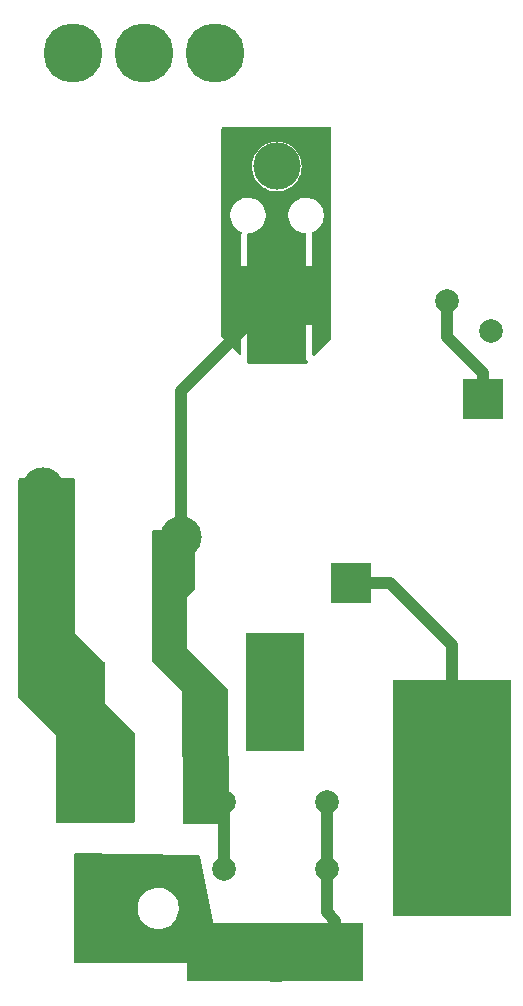
<source format=gtl>
G04 #@! TF.GenerationSoftware,KiCad,Pcbnew,(6.0.4-0)*
G04 #@! TF.CreationDate,2022-07-20T07:57:21-04:00*
G04 #@! TF.ProjectId,80m_Tx_Antenna,38306d5f-5478-45f4-916e-74656e6e612e,rev?*
G04 #@! TF.SameCoordinates,Original*
G04 #@! TF.FileFunction,Copper,L1,Top*
G04 #@! TF.FilePolarity,Positive*
%FSLAX46Y46*%
G04 Gerber Fmt 4.6, Leading zero omitted, Abs format (unit mm)*
G04 Created by KiCad (PCBNEW (6.0.4-0)) date 2022-07-20 07:57:21*
%MOMM*%
%LPD*%
G01*
G04 APERTURE LIST*
G04 #@! TA.AperFunction,ComponentPad*
%ADD10C,4.000000*%
G04 #@! TD*
G04 #@! TA.AperFunction,SMDPad,CuDef*
%ADD11R,5.000000X10.000000*%
G04 #@! TD*
G04 #@! TA.AperFunction,ComponentPad*
%ADD12C,3.500000*%
G04 #@! TD*
G04 #@! TA.AperFunction,ComponentPad*
%ADD13C,3.000000*%
G04 #@! TD*
G04 #@! TA.AperFunction,SMDPad,CuDef*
%ADD14R,10.000000X20.000000*%
G04 #@! TD*
G04 #@! TA.AperFunction,ComponentPad*
%ADD15C,5.000000*%
G04 #@! TD*
G04 #@! TA.AperFunction,SMDPad,CuDef*
%ADD16R,15.000000X5.000000*%
G04 #@! TD*
G04 #@! TA.AperFunction,ComponentPad*
%ADD17R,3.500000X3.500000*%
G04 #@! TD*
G04 #@! TA.AperFunction,WasherPad*
%ADD18C,5.000000*%
G04 #@! TD*
G04 #@! TA.AperFunction,ComponentPad*
%ADD19C,2.000000*%
G04 #@! TD*
G04 #@! TA.AperFunction,ComponentPad*
%ADD20R,3.000000X3.500000*%
G04 #@! TD*
G04 #@! TA.AperFunction,Conductor*
%ADD21C,1.000000*%
G04 #@! TD*
G04 APERTURE END LIST*
D10*
X122240000Y-71580000D03*
D11*
X122240000Y-82470000D03*
D12*
X122240000Y-81970000D03*
D11*
X122050000Y-116050000D03*
D13*
X122050000Y-113050000D03*
D10*
X137210020Y-125212040D03*
D14*
X137050000Y-125050000D03*
D10*
X137050000Y-119050000D03*
X137050000Y-131050000D03*
X127450000Y-138050000D03*
D15*
X122144880Y-138131280D03*
D10*
X116650000Y-138050000D03*
D16*
X122050000Y-138050000D03*
D17*
X139704100Y-91307200D03*
X128482380Y-106816440D03*
D12*
X102409700Y-98800200D03*
X114100900Y-102953100D03*
D18*
X105000000Y-62000000D03*
X111000000Y-62000000D03*
X117000000Y-62000000D03*
D19*
X117770000Y-125360000D03*
X126470000Y-125360000D03*
X117770000Y-131050000D03*
X126470000Y-131050000D03*
D20*
X107300000Y-132280000D03*
X107300000Y-136630000D03*
D12*
X107300000Y-120630000D03*
X107300000Y-124980000D03*
D19*
X136667198Y-82994648D03*
X140362921Y-85509630D03*
D21*
X137050000Y-112070000D02*
X131796440Y-106816440D01*
X131796440Y-106816440D02*
X128482380Y-106816440D01*
X137050000Y-119050000D02*
X137050000Y-112070000D01*
X139704100Y-89074100D02*
X136667198Y-86037198D01*
X136667198Y-86037198D02*
X136667198Y-82994648D01*
X139704100Y-91307200D02*
X139704100Y-89074100D01*
X114100900Y-90609100D02*
X122240000Y-82470000D01*
X115900000Y-115900000D02*
X113600000Y-113600000D01*
X117770000Y-124860000D02*
X115900000Y-122990000D01*
X113600000Y-113600000D02*
X113600000Y-108190000D01*
X117770000Y-124860000D02*
X117770000Y-131050000D01*
X114100900Y-102953100D02*
X114100900Y-90609100D01*
X114100900Y-107689100D02*
X114100900Y-102953100D01*
X115900000Y-122990000D02*
X115900000Y-115900000D01*
X113600000Y-108190000D02*
X114100900Y-107689100D01*
X127203998Y-135450000D02*
X127203998Y-137803998D01*
X126470000Y-131050000D02*
X126470000Y-134716002D01*
X126470000Y-124860000D02*
X126470000Y-131050000D01*
X127203998Y-137803998D02*
X127450000Y-138050000D01*
X126470000Y-134716002D02*
X127203998Y-135450000D01*
X101959700Y-112639700D02*
X102060000Y-112740000D01*
X105670000Y-116350000D02*
X105670000Y-119130000D01*
X105670000Y-119130000D02*
X107300000Y-120760000D01*
X107300000Y-120760000D02*
X107300000Y-125120000D01*
X102060000Y-112740000D02*
X105670000Y-116350000D01*
X102060000Y-99149900D02*
X102409700Y-98800200D01*
X102060000Y-112740000D02*
X102060000Y-99149900D01*
G04 #@! TA.AperFunction,Conductor*
G36*
X105112121Y-97980002D02*
G01*
X105158614Y-98033658D01*
X105170000Y-98086000D01*
X105170000Y-111040000D01*
X107643095Y-113513095D01*
X107677121Y-113575407D01*
X107680000Y-113602190D01*
X107680000Y-117010000D01*
X110163095Y-119493095D01*
X110197121Y-119555407D01*
X110200000Y-119582190D01*
X110200000Y-127054000D01*
X110179998Y-127122121D01*
X110126342Y-127168614D01*
X110074000Y-127180000D01*
X103676000Y-127180000D01*
X103607879Y-127159998D01*
X103561386Y-127106342D01*
X103550000Y-127054000D01*
X103550000Y-119700000D01*
X100396905Y-116546905D01*
X100362879Y-116484593D01*
X100360000Y-116457810D01*
X100360000Y-98086000D01*
X100380002Y-98017879D01*
X100433658Y-97971386D01*
X100486000Y-97960000D01*
X105044000Y-97960000D01*
X105112121Y-97980002D01*
G37*
G04 #@! TD.AperFunction*
G04 #@! TA.AperFunction,Conductor*
G36*
X109719100Y-129777283D02*
G01*
X115609583Y-129888111D01*
X115677316Y-129909391D01*
X115722791Y-129963912D01*
X115730548Y-129988311D01*
X116868130Y-135431054D01*
X116870559Y-135449125D01*
X117081806Y-138896293D01*
X117066008Y-138965510D01*
X117015297Y-139015197D01*
X116956042Y-139030000D01*
X105206000Y-139030000D01*
X105137879Y-139009998D01*
X105091386Y-138956342D01*
X105080000Y-138904000D01*
X105080000Y-134507165D01*
X110447866Y-134507165D01*
X110482952Y-134764970D01*
X110555758Y-135014757D01*
X110664686Y-135251039D01*
X110667246Y-135254944D01*
X110667249Y-135254949D01*
X110804775Y-135464712D01*
X110804779Y-135464717D01*
X110807341Y-135468625D01*
X110980591Y-135662735D01*
X111180629Y-135829105D01*
X111403061Y-135964080D01*
X111407375Y-135965889D01*
X111407377Y-135965890D01*
X111638686Y-136062886D01*
X111638691Y-136062888D01*
X111643001Y-136064695D01*
X111647533Y-136065846D01*
X111647536Y-136065847D01*
X111772815Y-136097663D01*
X111895177Y-136128739D01*
X112111286Y-136150500D01*
X112266044Y-136150500D01*
X112268369Y-136150327D01*
X112268375Y-136150327D01*
X112454814Y-136136472D01*
X112454818Y-136136471D01*
X112459466Y-136136126D01*
X112713232Y-136078705D01*
X112717586Y-136077012D01*
X112951370Y-135986098D01*
X112951372Y-135986097D01*
X112955723Y-135984405D01*
X112991285Y-135964080D01*
X113039038Y-135936786D01*
X113181612Y-135855299D01*
X113385936Y-135694223D01*
X113564208Y-135504714D01*
X113712511Y-135290937D01*
X113730258Y-135254949D01*
X113825521Y-135061775D01*
X113825522Y-135061772D01*
X113827586Y-135057587D01*
X113906906Y-134809792D01*
X113948728Y-134552994D01*
X113952134Y-134292835D01*
X113917048Y-134035030D01*
X113844242Y-133785243D01*
X113735314Y-133548961D01*
X113706637Y-133505221D01*
X113595225Y-133335288D01*
X113595221Y-133335283D01*
X113592659Y-133331375D01*
X113419409Y-133137265D01*
X113219371Y-132970895D01*
X112996939Y-132835920D01*
X112992623Y-132834110D01*
X112761314Y-132737114D01*
X112761309Y-132737112D01*
X112756999Y-132735305D01*
X112752467Y-132734154D01*
X112752464Y-132734153D01*
X112627185Y-132702337D01*
X112504823Y-132671261D01*
X112288714Y-132649500D01*
X112133956Y-132649500D01*
X112131631Y-132649673D01*
X112131625Y-132649673D01*
X111945186Y-132663528D01*
X111945182Y-132663529D01*
X111940534Y-132663874D01*
X111686768Y-132721295D01*
X111682416Y-132722987D01*
X111682414Y-132722988D01*
X111448630Y-132813902D01*
X111448628Y-132813903D01*
X111444277Y-132815595D01*
X111440223Y-132817912D01*
X111440221Y-132817913D01*
X111404467Y-132838348D01*
X111218388Y-132944701D01*
X111014064Y-133105777D01*
X110835792Y-133295286D01*
X110687489Y-133509063D01*
X110685423Y-133513253D01*
X110685421Y-133513256D01*
X110665720Y-133553207D01*
X110572414Y-133742413D01*
X110493094Y-133990208D01*
X110451272Y-134247006D01*
X110447866Y-134507165D01*
X105080000Y-134507165D01*
X105080000Y-129818393D01*
X105100002Y-129750272D01*
X105153658Y-129703779D01*
X105208369Y-129692415D01*
X109719100Y-129777283D01*
G37*
G04 #@! TD.AperFunction*
G04 #@! TA.AperFunction,Conductor*
G36*
X115222121Y-102360002D02*
G01*
X115268614Y-102413658D01*
X115280000Y-102466000D01*
X115280000Y-107347810D01*
X115259998Y-107415931D01*
X115243095Y-107436905D01*
X114660000Y-108020000D01*
X114660000Y-112370000D01*
X118033664Y-115743664D01*
X118067690Y-115805976D01*
X118070561Y-115831384D01*
X118193609Y-127102625D01*
X118174352Y-127170960D01*
X118121207Y-127218035D01*
X118067617Y-127230000D01*
X114429604Y-127230000D01*
X114361483Y-127209998D01*
X114314990Y-127156342D01*
X114303612Y-127105404D01*
X114180202Y-116028116D01*
X114180202Y-116028115D01*
X114180000Y-116010000D01*
X111746905Y-113576905D01*
X111712879Y-113514593D01*
X111710000Y-113487810D01*
X111710000Y-102466000D01*
X111730002Y-102397879D01*
X111783658Y-102351386D01*
X111836000Y-102340000D01*
X115154000Y-102340000D01*
X115222121Y-102360002D01*
G37*
G04 #@! TD.AperFunction*
G04 #@! TA.AperFunction,Conductor*
G36*
X126812121Y-68260002D02*
G01*
X126858614Y-68313658D01*
X126870000Y-68366000D01*
X126870000Y-86087810D01*
X126849998Y-86155931D01*
X126833095Y-86176905D01*
X125455095Y-87554905D01*
X125392783Y-87588931D01*
X125321968Y-87583866D01*
X125265132Y-87541319D01*
X125240321Y-87474799D01*
X125240000Y-87465810D01*
X125240000Y-84988115D01*
X125235525Y-84972876D01*
X125234135Y-84971671D01*
X125226452Y-84970000D01*
X124758115Y-84970000D01*
X124742876Y-84974475D01*
X124741671Y-84975865D01*
X124740000Y-84983548D01*
X124740000Y-87951885D01*
X124744475Y-87967124D01*
X124745865Y-87968329D01*
X124763340Y-87972130D01*
X124825653Y-88006154D01*
X124859679Y-88068466D01*
X124854615Y-88139282D01*
X124825654Y-88184346D01*
X124776905Y-88233095D01*
X124714593Y-88267121D01*
X124687810Y-88270000D01*
X119872190Y-88270000D01*
X119804069Y-88249998D01*
X119783095Y-88233095D01*
X119715986Y-88165986D01*
X119681960Y-88103674D01*
X119687025Y-88032859D01*
X119715082Y-87995380D01*
X119712896Y-87993486D01*
X119738329Y-87964135D01*
X119740000Y-87956452D01*
X119740000Y-84988115D01*
X119735525Y-84972876D01*
X119734135Y-84971671D01*
X119726452Y-84970000D01*
X119258115Y-84970000D01*
X119242876Y-84974475D01*
X119241671Y-84975865D01*
X119240000Y-84983548D01*
X119240000Y-87385810D01*
X119219998Y-87453931D01*
X119166342Y-87500424D01*
X119096068Y-87510528D01*
X119031488Y-87481034D01*
X119024905Y-87474905D01*
X117576905Y-86026905D01*
X117542879Y-85964593D01*
X117540000Y-85937810D01*
X117540000Y-75815508D01*
X118307245Y-75815508D01*
X118344567Y-76059410D01*
X118421223Y-76293940D01*
X118535155Y-76512801D01*
X118683303Y-76710116D01*
X118861688Y-76880584D01*
X118865960Y-76883498D01*
X118865961Y-76883499D01*
X118895113Y-76903385D01*
X119065520Y-77019629D01*
X119223046Y-77092750D01*
X119276412Y-77139573D01*
X119295993Y-77207816D01*
X119287977Y-77251266D01*
X119249414Y-77354133D01*
X119245789Y-77369379D01*
X119240369Y-77419271D01*
X119240000Y-77426085D01*
X119240000Y-79951885D01*
X119244475Y-79967124D01*
X119245865Y-79968329D01*
X119253548Y-79970000D01*
X119721885Y-79970000D01*
X119737124Y-79965525D01*
X119738329Y-79964135D01*
X119740000Y-79956452D01*
X119740000Y-77336980D01*
X119760002Y-77268859D01*
X119813658Y-77222366D01*
X119866000Y-77210980D01*
X119871774Y-77210980D01*
X119874347Y-77210768D01*
X119874358Y-77210768D01*
X120049980Y-77196329D01*
X120049986Y-77196328D01*
X120055131Y-77195905D01*
X120294437Y-77135796D01*
X120520713Y-77037408D01*
X120727881Y-76903385D01*
X120749736Y-76883499D01*
X120785756Y-76850723D01*
X120910378Y-76737326D01*
X120913577Y-76733275D01*
X120913581Y-76733271D01*
X121060101Y-76547744D01*
X121060104Y-76547739D01*
X121063302Y-76543690D01*
X121065797Y-76539171D01*
X121180050Y-76332202D01*
X121180052Y-76332198D01*
X121182547Y-76327678D01*
X121194495Y-76293940D01*
X121263185Y-76099965D01*
X121263186Y-76099961D01*
X121264911Y-76095090D01*
X121308181Y-75852174D01*
X121308629Y-75815508D01*
X123224685Y-75815508D01*
X123262007Y-76059410D01*
X123338663Y-76293940D01*
X123452595Y-76512801D01*
X123600743Y-76710116D01*
X123779128Y-76880584D01*
X123783400Y-76883498D01*
X123783401Y-76883499D01*
X123812553Y-76903385D01*
X123982960Y-77019629D01*
X124094862Y-77071572D01*
X124202069Y-77121336D01*
X124202073Y-77121337D01*
X124206764Y-77123515D01*
X124444531Y-77189454D01*
X124627390Y-77208996D01*
X124692999Y-77236124D01*
X124733527Y-77294416D01*
X124740000Y-77334283D01*
X124740000Y-79951885D01*
X124744475Y-79967124D01*
X124745865Y-79968329D01*
X124753548Y-79970000D01*
X125221885Y-79970000D01*
X125237124Y-79965525D01*
X125238329Y-79964135D01*
X125240000Y-79956452D01*
X125240000Y-77426085D01*
X125239631Y-77419271D01*
X125234211Y-77369379D01*
X125230586Y-77354133D01*
X125199594Y-77271461D01*
X125194411Y-77200654D01*
X125228332Y-77138285D01*
X125267333Y-77111683D01*
X125433404Y-77039473D01*
X125433405Y-77039473D01*
X125438153Y-77037408D01*
X125645321Y-76903385D01*
X125667176Y-76883499D01*
X125703196Y-76850723D01*
X125827818Y-76737326D01*
X125831017Y-76733275D01*
X125831021Y-76733271D01*
X125977541Y-76547744D01*
X125977544Y-76547739D01*
X125980742Y-76543690D01*
X125983237Y-76539171D01*
X126097490Y-76332202D01*
X126097492Y-76332198D01*
X126099987Y-76327678D01*
X126111935Y-76293940D01*
X126180625Y-76099965D01*
X126180626Y-76099961D01*
X126182351Y-76095090D01*
X126225621Y-75852174D01*
X126228635Y-75605452D01*
X126191313Y-75361550D01*
X126114657Y-75127020D01*
X126000725Y-74908159D01*
X125852577Y-74710844D01*
X125674192Y-74540376D01*
X125645872Y-74521057D01*
X125474639Y-74404250D01*
X125474640Y-74404250D01*
X125470360Y-74401331D01*
X125358458Y-74349388D01*
X125251251Y-74299624D01*
X125251247Y-74299623D01*
X125246556Y-74297445D01*
X125008789Y-74231506D01*
X125003652Y-74230957D01*
X124810703Y-74210336D01*
X124810695Y-74210336D01*
X124807368Y-74209980D01*
X124664106Y-74209980D01*
X124661533Y-74210192D01*
X124661522Y-74210192D01*
X124485900Y-74224631D01*
X124485894Y-74224632D01*
X124480749Y-74225055D01*
X124241443Y-74285164D01*
X124015167Y-74383552D01*
X123807999Y-74517575D01*
X123804174Y-74521055D01*
X123804172Y-74521057D01*
X123782941Y-74540376D01*
X123625502Y-74683634D01*
X123622303Y-74687685D01*
X123622299Y-74687689D01*
X123475779Y-74873216D01*
X123475776Y-74873221D01*
X123472578Y-74877270D01*
X123470085Y-74881786D01*
X123470083Y-74881789D01*
X123457810Y-74904023D01*
X123353333Y-75093282D01*
X123351609Y-75098151D01*
X123351607Y-75098155D01*
X123339644Y-75131938D01*
X123270969Y-75325870D01*
X123227699Y-75568786D01*
X123224685Y-75815508D01*
X121308629Y-75815508D01*
X121311195Y-75605452D01*
X121273873Y-75361550D01*
X121197217Y-75127020D01*
X121083285Y-74908159D01*
X120935137Y-74710844D01*
X120756752Y-74540376D01*
X120728432Y-74521057D01*
X120557199Y-74404250D01*
X120557200Y-74404250D01*
X120552920Y-74401331D01*
X120441018Y-74349388D01*
X120333811Y-74299624D01*
X120333807Y-74299623D01*
X120329116Y-74297445D01*
X120091349Y-74231506D01*
X120086212Y-74230957D01*
X119893263Y-74210336D01*
X119893255Y-74210336D01*
X119889928Y-74209980D01*
X119746666Y-74209980D01*
X119744093Y-74210192D01*
X119744082Y-74210192D01*
X119568460Y-74224631D01*
X119568454Y-74224632D01*
X119563309Y-74225055D01*
X119324003Y-74285164D01*
X119097727Y-74383552D01*
X118890559Y-74517575D01*
X118886734Y-74521055D01*
X118886732Y-74521057D01*
X118865501Y-74540376D01*
X118708062Y-74683634D01*
X118704863Y-74687685D01*
X118704859Y-74687689D01*
X118558339Y-74873216D01*
X118558336Y-74873221D01*
X118555138Y-74877270D01*
X118552645Y-74881786D01*
X118552643Y-74881789D01*
X118540370Y-74904023D01*
X118435893Y-75093282D01*
X118434169Y-75098151D01*
X118434167Y-75098155D01*
X118422204Y-75131938D01*
X118353529Y-75325870D01*
X118310259Y-75568786D01*
X118307245Y-75815508D01*
X117540000Y-75815508D01*
X117540000Y-71557953D01*
X120134707Y-71557953D01*
X120151194Y-71843878D01*
X120152019Y-71848083D01*
X120152020Y-71848091D01*
X120183853Y-72010342D01*
X120206332Y-72124920D01*
X120207719Y-72128970D01*
X120207720Y-72128975D01*
X120229484Y-72192542D01*
X120299102Y-72395878D01*
X120427787Y-72651740D01*
X120430213Y-72655269D01*
X120430216Y-72655275D01*
X120468920Y-72711589D01*
X120590006Y-72887770D01*
X120782756Y-73099600D01*
X121002472Y-73283311D01*
X121245088Y-73435503D01*
X121248990Y-73437265D01*
X121248994Y-73437267D01*
X121502202Y-73551595D01*
X121502206Y-73551597D01*
X121506114Y-73553361D01*
X121510233Y-73554581D01*
X121776606Y-73633485D01*
X121776611Y-73633486D01*
X121780719Y-73634703D01*
X121784953Y-73635351D01*
X121784958Y-73635352D01*
X122032214Y-73673187D01*
X122063824Y-73678024D01*
X122209589Y-73680314D01*
X122345898Y-73682456D01*
X122345904Y-73682456D01*
X122350189Y-73682523D01*
X122354441Y-73682008D01*
X122354449Y-73682008D01*
X122574221Y-73655411D01*
X122634514Y-73648115D01*
X122638662Y-73647027D01*
X122638666Y-73647026D01*
X122907388Y-73576528D01*
X122911539Y-73575439D01*
X122915500Y-73573799D01*
X122915504Y-73573797D01*
X123058370Y-73514620D01*
X123176138Y-73465839D01*
X123225034Y-73437267D01*
X123419717Y-73323503D01*
X123419718Y-73323503D01*
X123423415Y-73321342D01*
X123648793Y-73144623D01*
X123695491Y-73096435D01*
X123845119Y-72942030D01*
X123848102Y-72938952D01*
X123850635Y-72935504D01*
X123850639Y-72935499D01*
X124015117Y-72711589D01*
X124017655Y-72708134D01*
X124046355Y-72655275D01*
X124152263Y-72460217D01*
X124152264Y-72460215D01*
X124154313Y-72456441D01*
X124255548Y-72188530D01*
X124319487Y-71909358D01*
X124344946Y-71624092D01*
X124345408Y-71580000D01*
X124325928Y-71294263D01*
X124267850Y-71013814D01*
X124172248Y-70743842D01*
X124040891Y-70489342D01*
X124038428Y-70485837D01*
X123878673Y-70258529D01*
X123878668Y-70258523D01*
X123876209Y-70255024D01*
X123681251Y-70045224D01*
X123677935Y-70042510D01*
X123677932Y-70042507D01*
X123462941Y-69866539D01*
X123459623Y-69863823D01*
X123215427Y-69714180D01*
X123197419Y-69706275D01*
X122957110Y-69600786D01*
X122957106Y-69600785D01*
X122953182Y-69599062D01*
X122677739Y-69520600D01*
X122467881Y-69490733D01*
X122398448Y-69480851D01*
X122398446Y-69480851D01*
X122394196Y-69480246D01*
X122242333Y-69479451D01*
X122112086Y-69478769D01*
X122112080Y-69478769D01*
X122107800Y-69478747D01*
X122103556Y-69479306D01*
X122103552Y-69479306D01*
X121979031Y-69495699D01*
X121823851Y-69516129D01*
X121819711Y-69517262D01*
X121819709Y-69517262D01*
X121803209Y-69521776D01*
X121547602Y-69591702D01*
X121543654Y-69593386D01*
X121288117Y-69702382D01*
X121288113Y-69702384D01*
X121284165Y-69704068D01*
X121038415Y-69851146D01*
X120814900Y-70030215D01*
X120617755Y-70237962D01*
X120450629Y-70470543D01*
X120316614Y-70723653D01*
X120218190Y-70992610D01*
X120157178Y-71272436D01*
X120134707Y-71557953D01*
X117540000Y-71557953D01*
X117540000Y-68366000D01*
X117560002Y-68297879D01*
X117613658Y-68251386D01*
X117666000Y-68240000D01*
X126744000Y-68240000D01*
X126812121Y-68260002D01*
G37*
G04 #@! TD.AperFunction*
M02*

</source>
